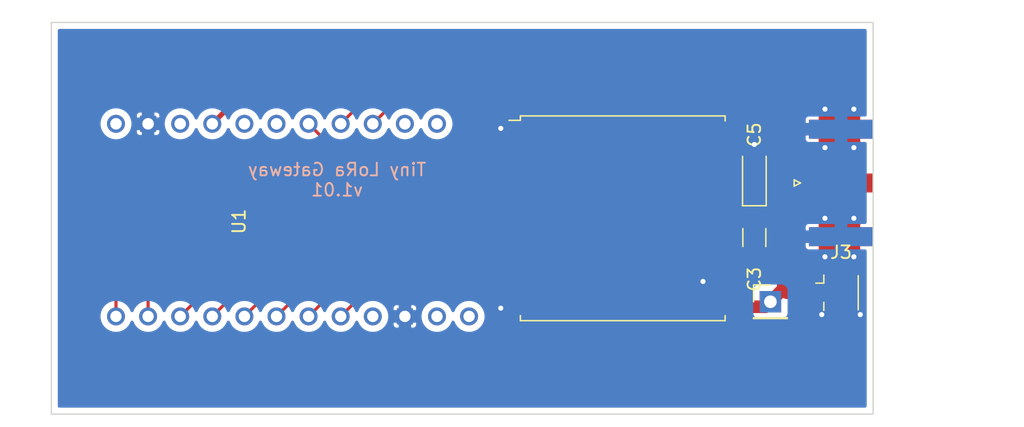
<source format=kicad_pcb>
(kicad_pcb (version 20211014) (generator pcbnew)
  (layers (0 "F.Cu" signal) (31 "B.Cu" signal) (34 "B.Paste" user) (35 "F.Paste" user) (36 "B.SilkS" user "B.Silkscreen") (37 "F.SilkS" user "F.Silkscreen") (38 "B.Mask" user) (39 "F.Mask" user) (44 "Edge.Cuts" user))
  (net 0 "")
  (net 1 "GND")
  (net 4 "+3.3V")
  (net 7 "Net-(J1-Pad1)")
  (net 8 "RFM95_DIO3")
  (net 9 "RFM95_DIO2")
  (net 15 "RFM95_DIO1")
  (net 16 "RFM95_DIO4")
  (net 17 "MOSI")
  (net 18 "MISO")
  (net 19 "SCK")
  (net 20 "RFM95_NSS")
  (net 21 "RFM95_RST")
  (net 22 "RFM95_DIO0")
  (net 23 "RFM95_DIO5")
  (footprint "UnexpectedMaker-ESP32S3:TinyS3" (layer "F.Cu") (at 118.872 37.338 90)
    (fp_text reference "U1" (at 0 -4.2 90 unlocked) (layer "F.SilkS"))
    (fp_text value "UM_Tiny_ESP32_S3")
    (pad "1" thru_hole circle (at 7.73 -13.936 90) (size 1.4224 1.4224) (drill 0.9144) (layers *.Cu *.Mask))
    (pad "2" thru_hole rect (at 7.73 -11.396 90) (size 1.27 1.27) (drill 0.9144) (layers *.Cu *.Mask) (net 1 "GND"))
    (pad "3" thru_hole circle (at 7.73 -8.856 90) (size 1.4224 1.4224) (drill 0.9144) (layers *.Cu *.Mask))
    (pad "4" thru_hole circle (at 7.73 -6.316 90) (size 1.4224 1.4224) (drill 0.9144) (layers *.Cu *.Mask) (net 4 "+3.3V"))
    (pad "5" thru_hole circle (at 7.73 -3.776 90) (size 1.4224 1.4224) (drill 0.9144) (layers *.Cu *.Mask))
    (pad "6" thru_hole circle (at 7.73 -1.236 90) (size 1.4224 1.4224) (drill 0.9144) (layers *.Cu *.Mask))
    (pad "7" thru_hole circle (at 7.73 1.304 90) (size 1.4224 1.4224) (drill 0.9144) (layers *.Cu *.Mask) (net 20 "RFM95_NSS"))
    (pad "8" thru_hole circle (at 7.73 3.844 90) (size 1.4224 1.4224) (drill 0.9144) (layers *.Cu *.Mask) (net 9 "RFM95_DIO2"))
    (pad "9" thru_hole circle (at 7.73 6.384 90) (size 1.4224 1.4224) (drill 0.9144) (layers *.Cu *.Mask) (net 15 "RFM95_DIO1"))
    (pad "10" thru_hole circle (at 7.73 8.924 90) (size 1.4224 1.4224) (drill 0.9144) (layers *.Cu *.Mask))
    (pad "11" thru_hole circle (at 7.73 11.464 90) (size 1.4224 1.4224) (drill 0.9144) (layers *.Cu *.Mask))
    (pad "12" thru_hole circle (at -7.51 14.004 90) (size 1.4224 1.4224) (drill 0.9) (layers *.Cu *.Mask))
    (pad "13" thru_hole circle (at -7.51 11.464 90) (size 1.4224 1.4224) (drill 0.9) (layers *.Cu *.Mask))
    (pad "14" thru_hole rect (at -7.51 8.924 90) (size 1.27 1.27) (drill 0.9) (layers *.Cu *.Mask) (net 1 "GND"))
    (pad "15" thru_hole circle (at -7.51 6.384 90) (size 1.4224 1.4224) (drill 0.9) (layers *.Cu *.Mask))
    (pad "16" thru_hole circle (at -7.51 3.844 90) (size 1.4224 1.4224) (drill 0.9) (layers *.Cu *.Mask) (net 8 "RFM95_DIO3"))
    (pad "17" thru_hole circle (at -7.51 1.304 90) (size 1.4224 1.4224) (drill 0.9) (layers *.Cu *.Mask) (net 23 "RFM95_DIO5"))
    (pad "18" thru_hole circle (at -7.51 -1.236 90) (size 1.4224 1.4224) (drill 0.9) (layers *.Cu *.Mask) (net 16 "RFM95_DIO4"))
    (pad "19" thru_hole circle (at -7.51 -3.776 90) (size 1.4224 1.4224) (drill 0.9) (layers *.Cu *.Mask) (net 21 "RFM95_RST"))
    (pad "20" thru_hole circle (at -7.51 -6.316 90) (size 1.4224 1.4224) (drill 0.9) (layers *.Cu *.Mask) (net 22 "RFM95_DIO0"))
    (pad "21" thru_hole circle (at -7.51 -8.856 90) (size 1.4224 1.4224) (drill 0.9) (layers *.Cu *.Mask) (net 19 "SCK"))
    (pad "22" thru_hole circle (at -7.51 -11.396 90) (size 1.4224 1.4224) (drill 0.9) (layers *.Cu *.Mask) (net 18 "MISO"))
    (pad "23" thru_hole circle (at -7.51 -13.936 90) (size 1.4224 1.4224) (drill 0.9) (layers *.Cu *.Mask) (net 17 "MOSI"))
  )
  (footprint "Connector_Coaxial:U.FL_Hirose_U.FL-R-SMT-1_Vertical" (layer "F.Cu") (at 161.831 42.975)
    (fp_text reference "J3" (at 0.475 -3.2) (layer "F.SilkS"))
    (fp_text value "U.fl")
    (fp_line (start -0.885 -1.4) (end -0.885 -0.76) (layer "F.SilkS") (width 0.12))
    (fp_line (start -0.885 -0.76) (end -1.515 -0.76) (layer "F.SilkS") (width 0.12))
    (fp_line (start 1.835 -1.35) (end 1.835 1.35) (layer "F.SilkS") (width 0.12))
    (fp_line (start -0.885 1.4) (end -0.885 0.76) (layer "F.SilkS") (width 0.12))
    (pad "1" smd rect (at -1.05 0) (size 1.05 1) (layers "F.Cu" "F.Paste" "F.Mask") (net 7 "Net-(J1-Pad1)"))
    (pad "2" smd rect (at 0.475 -1.475) (size 2.2 1.05) (layers "F.Cu" "F.Paste" "F.Mask") (net 1 "GND"))
    (pad "2" smd rect (at 0.475 1.475) (size 2.2 1.05) (layers "F.Cu" "F.Paste" "F.Mask") (net 1 "GND"))
  )
  (footprint "RF_Module:HOPERF_RFM9XW_SMD" (layer "F.Cu") (at 145.034 37.084)
    (fp_text reference "U4")
    (fp_text value "RFM95W-915S2")
    (fp_line (start 8.1 8.1) (end 8.1 7.7) (layer "F.SilkS") (width 0.12))
    (fp_line (start 8.1 -8.1) (end 8.1 -7.7) (layer "F.SilkS") (width 0.12))
    (fp_line (start -8.1 -8.1) (end 8.1 -8.1) (layer "F.SilkS") (width 0.12))
    (fp_line (start -8.1 8.1) (end 8.1 8.1) (layer "F.SilkS") (width 0.12))
    (fp_line (start -8.1 -7.75) (end -9 -7.75) (layer "F.SilkS") (width 0.12))
    (fp_line (start -8.1 -8.1) (end -8.1 -7.75) (layer "F.SilkS") (width 0.12))
    (fp_line (start -8.1 7.7) (end -8.1 8.1) (layer "F.SilkS") (width 0.12))
    (pad "1" smd rect (at -8 -7) (size 2 1) (layers "F.Cu" "F.Paste" "F.Mask") (net 1 "GND"))
    (pad "2" smd rect (at -8 -5) (size 2 1) (layers "F.Cu" "F.Paste" "F.Mask") (net 18 "MISO"))
    (pad "3" smd rect (at -8 -3) (size 2 1) (layers "F.Cu" "F.Paste" "F.Mask") (net 17 "MOSI"))
    (pad "4" smd rect (at -8 -1) (size 2 1) (layers "F.Cu" "F.Paste" "F.Mask") (net 19 "SCK"))
    (pad "5" smd rect (at -8 1) (size 2 1) (layers "F.Cu" "F.Paste" "F.Mask") (net 20 "RFM95_NSS"))
    (pad "6" smd rect (at -8 3) (size 2 1) (layers "F.Cu" "F.Paste" "F.Mask") (net 21 "RFM95_RST"))
    (pad "7" smd rect (at -8 5) (size 2 1) (layers "F.Cu" "F.Paste" "F.Mask") (net 23 "RFM95_DIO5"))
    (pad "8" smd rect (at -8 7) (size 2 1) (layers "F.Cu" "F.Paste" "F.Mask") (net 1 "GND"))
    (pad "9" smd rect (at 8 7) (size 2 1) (layers "F.Cu" "F.Paste" "F.Mask") (net 7 "Net-(J1-Pad1)"))
    (pad "10" smd rect (at 8 5) (size 2 1) (layers "F.Cu" "F.Paste" "F.Mask") (net 1 "GND"))
    (pad "11" smd rect (at 8 3) (size 2 1) (layers "F.Cu" "F.Paste" "F.Mask") (net 8 "RFM95_DIO3"))
    (pad "12" smd rect (at 8 1) (size 2 1) (layers "F.Cu" "F.Paste" "F.Mask") (net 16 "RFM95_DIO4"))
    (pad "13" smd rect (at 8 -1) (size 2 1) (layers "F.Cu" "F.Paste" "F.Mask") (net 4 "+3.3V"))
    (pad "14" smd rect (at 8 -3) (size 2 1) (layers "F.Cu" "F.Paste" "F.Mask") (net 22 "RFM95_DIO0"))
    (pad "15" smd rect (at 8 -5) (size 2 1) (layers "F.Cu" "F.Paste" "F.Mask") (net 15 "RFM95_DIO1"))
    (pad "16" smd rect (at 8 -7) (size 2 1) (layers "F.Cu" "F.Paste" "F.Mask") (net 9 "RFM95_DIO2"))
  )
  (footprint "Capacitor_Tantalum_SMD:CP_EIA-3216-18_Kemet-A" (layer "F.Cu") (at 155.448 33.782 90)
    (fp_text reference "C5" (at 3.302 0 90) (layer "F.SilkS"))
    (fp_text value "10u")
    (fp_line (start 1.6 -0.935) (end -2.31 -0.935) (layer "F.SilkS") (width 0.12))
    (fp_line (start -2.31 -0.935) (end -2.31 0.935) (layer "F.SilkS") (width 0.12))
    (fp_line (start -2.31 0.935) (end 1.6 0.935) (layer "F.SilkS") (width 0.12))
    (pad "1" smd roundrect (at -1.35 0 90) (size 1.4 1.35) (layers "F.Cu" "F.Paste" "F.Mask") (roundrect_rratio 0.185185) (net 4 "+3.3V"))
    (pad "2" smd roundrect (at 1.35 0 90) (size 1.4 1.35) (layers "F.Cu" "F.Paste" "F.Mask") (roundrect_rratio 0.185185) (net 1 "GND"))
  )
  (footprint "Capacitor_SMD:C_1206_3216Metric" (layer "F.Cu") (at 155.448 38.608 -90)
    (fp_text reference "C3" (at 3.302 0 90) (layer "F.SilkS"))
    (fp_text value "0.1u")
    (fp_line (start -0.711252 0.91) (end 0.711252 0.91) (layer "F.SilkS") (width 0.12))
    (fp_line (start -0.711252 -0.91) (end 0.711252 -0.91) (layer "F.SilkS") (width 0.12))
    (pad "1" smd roundrect (at -1.475 0 270) (size 1.15 1.8) (layers "F.Cu" "F.Paste" "F.Mask") (roundrect_rratio 0.217391) (net 4 "+3.3V"))
    (pad "2" smd roundrect (at 1.475 0 270) (size 1.15 1.8) (layers "F.Cu" "F.Paste" "F.Mask") (roundrect_rratio 0.217391) (net 1 "GND"))
  )
  (footprint "Connector_PinHeader_2.54mm:PinHeader_1x01_P2.54mm_Vertical" (layer "F.Cu") (at 156.718 43.688)
    (fp_text reference "J2")
    (fp_text value "Antenna_Hole")
    (fp_line (start -1.33 -1.33) (end 0 -1.33) (layer "F.SilkS") (width 0.12))
    (fp_line (start -1.33 1.33) (end 1.33 1.33) (layer "F.SilkS") (width 0.12))
    (fp_line (start 1.33 1.27) (end 1.33 1.33) (layer "F.SilkS") (width 0.12))
    (fp_line (start -1.33 0) (end -1.33 -1.33) (layer "F.SilkS") (width 0.12))
    (fp_line (start -1.33 1.27) (end 1.33 1.27) (layer "F.SilkS") (width 0.12))
    (fp_line (start -1.33 1.27) (end -1.33 1.33) (layer "F.SilkS") (width 0.12))
    (pad "1" thru_hole rect (at 0 0) (size 1.7 1.7) (drill 1) (layers *.Cu *.Mask) (net 7 "Net-(J1-Pad1)"))
  )
  (footprint "Connector_Coaxial:SMA_Amphenol_132289_EdgeMount" (layer "F.Cu") (at 162.306 34.29)
    (fp_text reference "J1")
    (fp_text value "SMA")
    (fp_line (start -3.71 0.25) (end -3.21 0) (layer "F.SilkS") (width 0.12))
    (fp_line (start -3.21 0) (end -3.71 -0.25) (layer "F.SilkS") (width 0.12))
    (fp_line (start -3.71 -0.25) (end -3.71 0.25) (layer "F.SilkS") (width 0.12))
    (pad "1" smd rect (at 0 0 90) (size 1.5 5.08) (layers "F.Cu" "F.Paste" "F.Mask") (net 7 "Net-(J1-Pad1)"))
    (pad "2" smd rect (at 0 4.25 90) (size 1.5 5.08) (layers "B.Cu" "B.Paste" "B.Mask") (net 1 "GND"))
    (pad "2" smd rect (at 0 -4.25 90) (size 1.5 5.08) (layers "F.Cu" "F.Paste" "F.Mask") (net 1 "GND"))
    (pad "2" smd rect (at 0 -4.25 90) (size 1.5 5.08) (layers "B.Cu" "B.Paste" "B.Mask") (net 1 "GND"))
    (pad "2" smd rect (at 0 4.25 90) (size 1.5 5.08) (layers "F.Cu" "F.Paste" "F.Mask") (net 1 "GND"))
  )
  (gr_rect (start 99.822 21.59) (end 164.846 52.578) (layer "Edge.Cuts") (width 0.1) (fill none))
  (gr_text "Tiny LoRa Gateway\nv1.01" (at 122.428 34.036) (layer "B.SilkS") (effects (font (size 1 1)) (justify mirror)))
  (segment (start 161.036 37.27) (end 162.306 38.54) (width 1) (layer "F.Cu") (net 1))
  (segment (start 151.384 42.084) (end 153.034 42.084) (width 0.4) (layer "F.Cu") (net 1))
  (segment (start 163.322 37.084) (end 163.322 37.524) (width 1) (layer "F.Cu") (net 1))
  (segment (start 162.306 41.148) (end 163.322 40.132) (width 1) (layer "F.Cu") (net 1))
  (segment (start 163.322 28.448) (end 163.322 31.496) (width 1) (layer "F.Cu") (net 1))
  (segment (start 137.034 44.084) (end 135.494 44.084) (width 0.4) (layer "F.Cu") (net 1))
  (segment (start 161.036 31.496) (end 163.322 31.496) (width 1) (layer "F.Cu") (net 1))
  (segment (start 162.306 44.45) (end 161.036 44.45) (width 1) (layer "F.Cu") (net 1))
  (segment (start 163.576 44.45) (end 163.83 44.704) (width 1) (layer "F.Cu") (net 1))
  (segment (start 162.306 41.402) (end 161.036 40.132) (width 1) (layer "F.Cu") (net 1))
  (segment (start 162.306 41.5) (end 162.306 41.402) (width 1) (layer "F.Cu") (net 1))
  (segment (start 161.036 39.81) (end 162.306 38.54) (width 1) (layer "F.Cu") (net 1))
  (segment (start 163.322 39.556) (end 162.306 38.54) (width 1) (layer "F.Cu") (net 1))
  (segment (start 163.322 37.084) (end 163.322 40.132) (width 1) (layer "F.Cu") (net 1))
  (segment (start 163.322 31.496) (end 163.322 31.056) (width 1) (layer "F.Cu") (net 1))
  (segment (start 161.036 44.45) (end 160.782 44.704) (width 1) (layer "F.Cu") (net 1))
  (segment (start 163.322 31.056) (end 162.306 30.04) (width 1) (layer "F.Cu") (net 1))
  (segment (start 161.036 37.084) (end 161.036 40.132) (width 1) (layer "F.Cu") (net 1))
  (segment (start 161.036 28.77) (end 162.306 30.04) (width 1) (layer "F.Cu") (net 1))
  (segment (start 163.322 28.448) (end 163.322 29.024) (width 1) (layer "F.Cu") (net 1))
  (segment (start 153.034 42.084) (end 153.447 42.084) (width 0.4) (layer "F.Cu") (net 1))
  (segment (start 137.034 30.084) (end 135.494 30.084) (width 0.4) (layer "F.Cu") (net 1))
  (segment (start 135.494 30.084) (end 135.382 29.972) (width 0.4) (layer "F.Cu") (net 1))
  (segment (start 163.322 37.524) (end 162.306 38.54) (width 1) (layer "F.Cu") (net 1))
  (segment (start 155.448 31.242) (end 155.448 32.432) (width 0.4) (layer "F.Cu") (net 1))
  (segment (start 153.447 42.084) (end 155.448 40.083) (width 0.4) (layer "F.Cu") (net 1))
  (segment (start 161.036 28.448) (end 163.322 28.448) (width 1) (layer "F.Cu") (net 1))
  (segment (start 161.036 31.496) (end 161.036 31.31) (width 1) (layer "F.Cu") (net 1))
  (segment (start 162.306 41.5) (end 162.306 41.148) (width 1) (layer "F.Cu") (net 1))
  (segment (start 161.036 40.132) (end 163.322 40.132) (width 1) (layer "F.Cu") (net 1))
  (segment (start 161.036 37.084) (end 161.036 37.27) (width 1) (layer "F.Cu") (net 1))
  (segment (start 161.036 28.448) (end 161.036 28.77) (width 1) (layer "F.Cu") (net 1))
  (segment (start 162.306 44.45) (end 163.576 44.45) (width 1) (layer "F.Cu") (net 1))
  (segment (start 161.036 31.31) (end 162.306 30.04) (width 1) (layer "F.Cu") (net 1))
  (segment (start 163.322 29.024) (end 162.306 30.04) (width 1) (layer "F.Cu") (net 1))
  (segment (start 161.036 28.448) (end 161.036 31.496) (width 1) (layer "F.Cu") (net 1))
  (segment (start 161.036 40.132) (end 161.036 39.81) (width 1) (layer "F.Cu") (net 1))
  (segment (start 163.322 40.132) (end 163.322 39.556) (width 1) (layer "F.Cu") (net 1))
  (segment (start 135.494 44.084) (end 135.382 44.196) (width 0.4) (layer "F.Cu") (net 1))
  (segment (start 161.036 37.084) (end 163.322 37.084) (width 1) (layer "F.Cu") (net 1))
  (via (at 161.036 28.448) (size 0.8) (drill 0.4) (layers "F.Cu" "B.Cu") (net 1))
  (via (at 161.036 40.132) (size 0.8) (drill 0.4) (layers "F.Cu" "B.Cu") (net 1))
  (via (at 163.322 31.496) (size 0.8) (drill 0.4) (layers "F.Cu" "B.Cu") (net 1))
  (via (at 163.322 37.084) (size 0.8) (drill 0.4) (layers "F.Cu" "B.Cu") (net 1))
  (via (at 135.382 29.972) (size 0.8) (drill 0.4) (layers "F.Cu" "B.Cu") (net 1))
  (via (at 160.782 44.704) (size 0.8) (drill 0.4) (layers "F.Cu" "B.Cu") (net 1))
  (via (at 135.382 44.196) (size 0.8) (drill 0.4) (layers "F.Cu" "B.Cu") (net 1))
  (via (at 163.322 40.132) (size 0.8) (drill 0.4) (layers "F.Cu" "B.Cu") (net 1))
  (via (at 163.322 28.448) (size 0.8) (drill 0.4) (layers "F.Cu" "B.Cu") (net 1))
  (via (at 155.448 31.242) (size 0.8) (drill 0.4) (layers "F.Cu" "B.Cu") (net 1))
  (via (at 151.384 42.084) (size 0.8) (drill 0.4) (layers "F.Cu" "B.Cu") (net 1))
  (via (at 161.036 31.496) (size 0.8) (drill 0.4) (layers "F.Cu" "B.Cu") (net 1))
  (via (at 161.036 37.084) (size 0.8) (drill 0.4) (layers "F.Cu" "B.Cu") (net 1))
  (via (at 163.83 44.704) (size 0.8) (drill 0.4) (layers "F.Cu" "B.Cu") (net 1))
  (segment (start 155.448 37.133) (end 154.083 37.133) (width 0.4) (layer "F.Cu") (net 4))
  (segment (start 155.448 35.132) (end 153.986 35.132) (width 0.4) (layer "F.Cu") (net 4))
  (segment (start 154.083 37.133) (end 153.034 36.084) (width 0.4) (layer "F.Cu") (net 4))
  (segment (start 115.003 27.161) (end 155.431 27.161) (width 0.4) (layer "F.Cu") (net 4))
  (segment (start 157.226 28.956) (end 157.226 33.354) (width 0.4) (layer "F.Cu") (net 4))
  (segment (start 152.734 36.084) (end 153.034 36.084) (width 0.4) (layer "F.Cu") (net 4))
  (segment (start 157.226 33.354) (end 155.448 35.132) (width 0.4) (layer "F.Cu") (net 4))
  (segment (start 112.556 29.608) (end 115.003 27.161) (width 0.4) (layer "F.Cu") (net 4))
  (segment (start 155.448 35.132) (end 155.448 37.133) (width 0.4) (layer "F.Cu") (net 4))
  (segment (start 153.986 35.132) (end 153.034 36.084) (width 0.4) (layer "F.Cu") (net 4))
  (segment (start 155.431 27.161) (end 157.226 28.956) (width 0.4) (layer "F.Cu") (net 4))
  (segment (start 158.037 42.975) (end 160.781 42.975) (width 1) (layer "F.Cu") (net 7))
  (segment (start 158.75 34.29) (end 157.734 35.306) (width 1) (layer "F.Cu") (net 7))
  (segment (start 153.034 44.084) (end 156.322 44.084) (width 1) (layer "F.Cu") (net 7))
  (segment (start 157.734 35.306) (end 157.734 42.672) (width 1) (layer "F.Cu") (net 7))
  (segment (start 162.306 34.29) (end 158.75 34.29) (width 1) (layer "F.Cu") (net 7))
  (segment (start 157.734 42.672) (end 158.037 42.975) (width 1) (layer "F.Cu") (net 7))
  (segment (start 156.322 44.084) (end 156.718 43.688) (width 1) (layer "F.Cu") (net 7))
  (segment (start 157.734 42.672) (end 156.718 43.688) (width 1) (layer "F.Cu") (net 7))
  (segment (start 156.972 43.434) (end 156.718 43.688) (width 1) (layer "F.Cu") (net 7))
  (segment (start 153.034 40.084) (end 151.670396 40.084) (width 0.25) (layer "F.Cu") (net 8))
  (segment (start 124.384 43.18) (end 122.716 44.848) (width 0.25) (layer "F.Cu") (net 8))
  (segment (start 151.670396 40.084) (end 148.574396 43.18) (width 0.25) (layer "F.Cu") (net 8))
  (segment (start 148.574396 43.18) (end 124.384 43.18) (width 0.25) (layer "F.Cu") (net 8))
  (segment (start 150.636 27.686) (end 124.638 27.686) (width 0.25) (layer "F.Cu") (net 9))
  (segment (start 124.638 27.686) (end 122.716 29.608) (width 0.25) (layer "F.Cu") (net 9))
  (segment (start 153.034 30.084) (end 150.636 27.686) (width 0.25) (layer "F.Cu") (net 9))
  (segment (start 126.67 28.194) (end 125.256 29.608) (width 0.25) (layer "F.Cu") (net 15))
  (segment (start 153.034 32.084) (end 149.144 28.194) (width 0.25) (layer "F.Cu") (net 15))
  (segment (start 149.144 28.194) (end 126.67 28.194) (width 0.25) (layer "F.Cu") (net 15))
  (segment (start 149.97 41.148) (end 121.336 41.148) (width 0.25) (layer "F.Cu") (net 16))
  (segment (start 153.034 38.084) (end 149.97 41.148) (width 0.25) (layer "F.Cu") (net 16))
  (segment (start 121.336 41.148) (end 117.636 44.848) (width 0.25) (layer "F.Cu") (net 16))
  (segment (start 137.62 34.084) (end 138.684 33.02) (width 0.25) (layer "F.Cu") (net 17))
  (segment (start 135.128 30.988) (end 133.604 32.512) (width 0.25) (layer "F.Cu") (net 17))
  (segment (start 104.936 43.362) (end 104.936 44.848) (width 0.25) (layer "F.Cu") (net 17))
  (segment (start 137.034 34.084) (end 137.62 34.084) (width 0.25) (layer "F.Cu") (net 17))
  (segment (start 133.604 32.512) (end 115.786 32.512) (width 0.25) (layer "F.Cu") (net 17))
  (segment (start 115.786 32.512) (end 104.936 43.362) (width 0.25) (layer "F.Cu") (net 17))
  (segment (start 138.684 33.02) (end 138.684 31.496) (width 0.25) (layer "F.Cu") (net 17))
  (segment (start 138.684 31.496) (end 138.176 30.988) (width 0.25) (layer "F.Cu") (net 17))
  (segment (start 138.176 30.988) (end 135.128 30.988) (width 0.25) (layer "F.Cu") (net 17))
  (segment (start 117.348 33.528) (end 107.476 43.4) (width 0.25) (layer "F.Cu") (net 18))
  (segment (start 107.476 43.4) (end 107.476 44.848) (width 0.25) (layer "F.Cu") (net 18))
  (segment (start 137.034 32.084) (end 135.59 33.528) (width 0.25) (layer "F.Cu") (net 18))
  (segment (start 135.59 33.528) (end 117.348 33.528) (width 0.25) (layer "F.Cu") (net 18))
  (segment (start 137.034 36.084) (end 118.78 36.084) (width 0.25) (layer "F.Cu") (net 19))
  (segment (start 118.78 36.084) (end 110.016 44.848) (width 0.25) (layer "F.Cu") (net 19))
  (segment (start 139.446 35.672) (end 139.446 30.48) (width 0.25) (layer "F.Cu") (net 20))
  (segment (start 134.112 28.956) (end 131.826 31.242) (width 0.25) (layer "F.Cu") (net 20))
  (segment (start 137.922 28.956) (end 134.112 28.956) (width 0.25) (layer "F.Cu") (net 20))
  (segment (start 121.81 31.242) (end 120.176 29.608) (width 0.25) (layer "F.Cu") (net 20))
  (segment (start 131.826 31.242) (end 121.81 31.242) (width 0.25) (layer "F.Cu") (net 20))
  (segment (start 137.034 38.084) (end 139.446 35.672) (width 0.25) (layer "F.Cu") (net 20))
  (segment (start 139.446 30.48) (end 137.922 28.956) (width 0.25) (layer "F.Cu") (net 20))
  (segment (start 137.034 40.084) (end 119.86 40.084) (width 0.25) (layer "F.Cu") (net 21))
  (segment (start 119.86 40.084) (end 115.096 44.848) (width 0.25) (layer "F.Cu") (net 21))
  (segment (start 148.002 39.116) (end 118.288 39.116) (width 0.25) (layer "F.Cu") (net 22))
  (segment (start 118.288 39.116) (end 112.556 44.848) (width 0.25) (layer "F.Cu") (net 22))
  (segment (start 153.034 34.084) (end 148.002 39.116) (width 0.25) (layer "F.Cu") (net 22))
  (segment (start 122.94 42.084) (end 120.176 44.848) (width 0.25) (layer "F.Cu") (net 23))
  (segment (start 137.034 42.084) (end 122.94 42.084) (width 0.25) (layer "F.Cu") (net 23))
  (zone (net 1) (net_name "GND") (layer "B.Cu") (name "GND") (connect_pads (clearance 0.508)) (min_thickness 0.254) (fill yes (thermal_gap 0.254) (thermal_bridge_width 1))
    (polygon (pts (xy 167.386 53.594) (xy 95.758 53.594) (xy 95.758 19.812) (xy 167.386 19.812)))
  )
)
</source>
